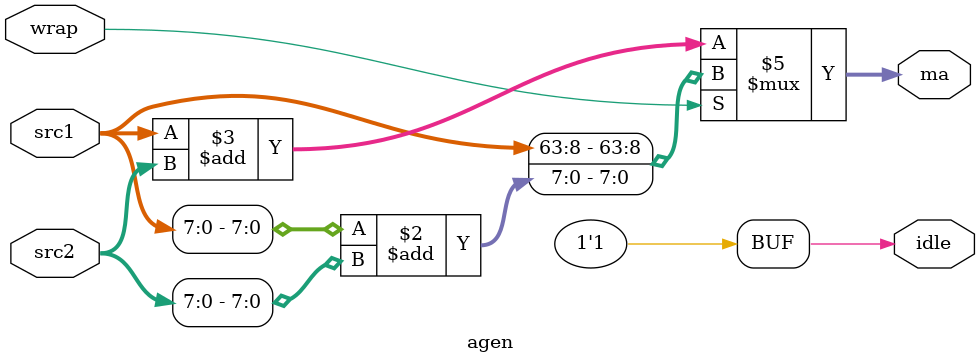
<source format=sv>
`include "Gambit-defines.sv"

module agen(wrap, src1, src2, ma, idle);
parameter AMSB = 63;
parameter TRUE = 1'b1;
parameter FALSE = 1'b0;
input wrap;
input [AMSB:0] src1;
input [AMSB:0] src2;
output reg [AMSB:0] ma;
output idle;

assign idle = 1'b1;

always @*
	if (wrap)
		ma <= {src1[63:8],src1[7:0] + src2[7:0]};
	else
		ma <= src1 + src2;


endmodule

</source>
